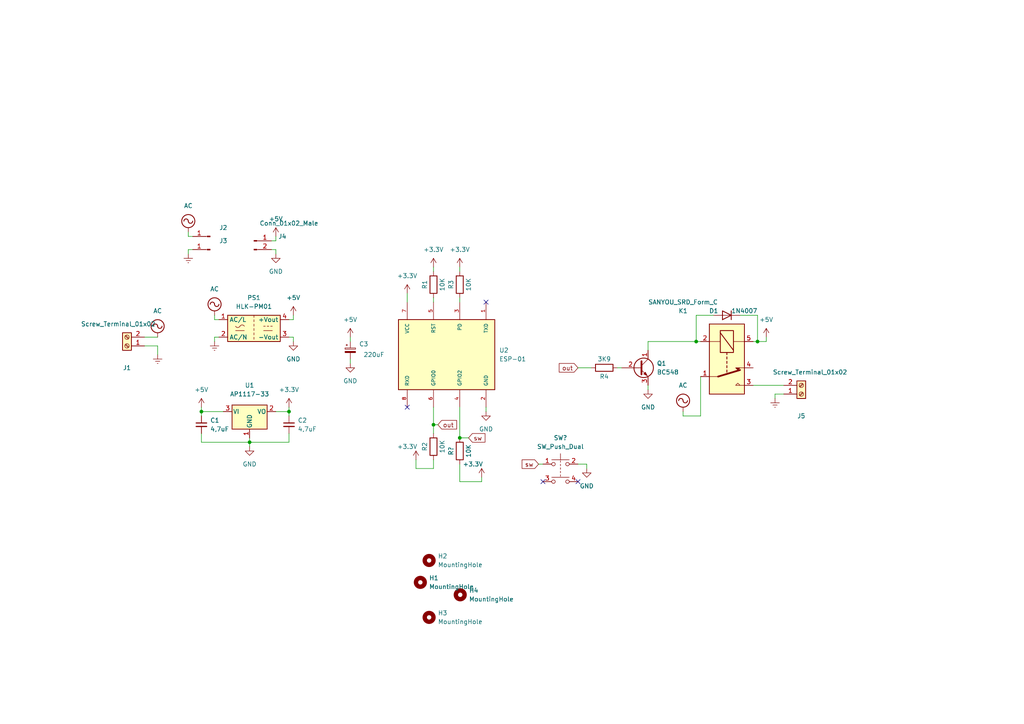
<source format=kicad_sch>
(kicad_sch (version 20211123) (generator eeschema)
  (paper "A4")
  (lib_symbols
    (symbol "Connector:Conn_01x01_Male" (pin_names (offset 1.016) hide)
      (property "Reference" "J" (at 0 2.54 0))
      (property "Value" "Conn_01x01_Male" (at 0 -2.54 0))
      (symbol "Conn_01x01_Male_1_1"
        (polyline (pts (xy 1.27 0) (xy 0.8636 0)) (stroke (width 0.1524)))
        (rectangle (start 0.8636 0.127) (end 0 -0.127) (stroke (width 0.1524)) (fill (type outline)))
        (pin passive line (at 5.08 0 180) (length 3.81) (name "Pin_1") (number "1"))
      )
    )
    (symbol "Connector:Conn_01x02_Male" (pin_names (offset 1.016) hide)
      (property "Reference" "J" (at 0 2.54 0))
      (property "Value" "Conn_01x02_Male" (at 0 -5.08 0))
      (symbol "Conn_01x02_Male_1_1"
        (polyline (pts (xy 1.27 -2.54) (xy 0.8636 -2.54)) (stroke (width 0.1524)))
        (polyline (pts (xy 1.27 0) (xy 0.8636 0)) (stroke (width 0.1524)))
        (rectangle (start 0.8636 -2.413) (end 0 -2.667) (stroke (width 0.1524)) (fill (type outline)))
        (rectangle (start 0.8636 0.127) (end 0 -0.127) (stroke (width 0.1524)) (fill (type outline)))
        (pin passive line (at 5.08 0 180) (length 3.81) (name "Pin_1") (number "1"))
        (pin passive line (at 5.08 -2.54 180) (length 3.81) (name "Pin_2") (number "2"))
      )
    )
    (symbol "Connector:Screw_Terminal_01x02" (pin_names (offset 1.016) hide)
      (property "Reference" "J" (at 0 2.54 0))
      (property "Value" "Screw_Terminal_01x02" (at 0 -5.08 0))
      (symbol "Screw_Terminal_01x02_1_1"
        (rectangle (start -1.27 1.27) (end 1.27 -3.81) (stroke (width 0.254)) (fill (type background)))
        (circle (center 0 -2.54) (radius 0.635) (stroke (width 0.1524)))
        (polyline (pts (xy -0.5334 -2.2098) (xy 0.3302 -3.048)) (stroke (width 0.1524)))
        (polyline (pts (xy -0.5334 0.3302) (xy 0.3302 -0.508)) (stroke (width 0.1524)))
        (polyline (pts (xy -0.3556 -2.032) (xy 0.508 -2.8702)) (stroke (width 0.1524)))
        (polyline (pts (xy -0.3556 0.508) (xy 0.508 -0.3302)) (stroke (width 0.1524)))
        (circle (center 0 0) (radius 0.635) (stroke (width 0.1524)))
        (pin passive line (at -5.08 0 0) (length 3.81) (name "Pin_1") (number "1"))
        (pin passive line (at -5.08 -2.54 0) (length 3.81) (name "Pin_2") (number "2"))
      )
    )
    (symbol "Converter_ACDC:HLK-PM01"
      (property "Reference" "PS" (at 0 5.08 0))
      (property "Value" "HLK-PM01" (at 0 -5.08 0))
      (symbol "HLK-PM01_0_1"
        (rectangle (start -7.62 3.81) (end 7.62 -3.81) (stroke (width 0.254)) (fill (type background)))
        (arc (start -5.334 0.635) (mid -4.699 0.2495) (end -4.064 0.635))
        (arc (start -2.794 0.635) (mid -3.429 1.0072) (end -4.064 0.635))
        (polyline (pts (xy -5.334 -0.635) (xy -2.794 -0.635)))
        (polyline (pts (xy 0 -2.54) (xy 0 -3.175)))
        (polyline (pts (xy 0 -1.27) (xy 0 -1.905)))
        (polyline (pts (xy 0 0) (xy 0 -0.635)))
        (polyline (pts (xy 0 1.27) (xy 0 0.635)))
        (polyline (pts (xy 0 2.54) (xy 0 1.905)))
        (polyline (pts (xy 0 3.81) (xy 0 3.175)))
        (polyline (pts (xy 2.794 -0.635) (xy 5.334 -0.635)))
        (polyline (pts (xy 2.794 0.635) (xy 3.302 0.635)))
        (polyline (pts (xy 3.81 0.635) (xy 4.318 0.635)))
        (polyline (pts (xy 4.826 0.635) (xy 5.334 0.635)))
      )
      (symbol "HLK-PM01_1_1"
        (pin power_in line (at -10.16 2.54 0) (length 2.54) (name "AC/L") (number "1"))
        (pin power_in line (at -10.16 -2.54 0) (length 2.54) (name "AC/N") (number "2"))
        (pin power_out line (at 10.16 -2.54 180) (length 2.54) (name "-Vout") (number "3"))
        (pin power_out line (at 10.16 2.54 180) (length 2.54) (name "+Vout") (number "4"))
      )
    )
    (symbol "Device:C_Polarized_Small" (pin_numbers hide) (pin_names (offset 0.254) hide)
      (property "Reference" "C" (at 0.254 1.778 0))
      (property "Value" "C_Polarized_Small" (at 0.254 -2.032 0))
      (symbol "C_Polarized_Small_0_1"
        (rectangle (start -1.524 -0.3048) (end 1.524 -0.6858) (fill (type outline)))
        (rectangle (start -1.524 0.6858) (end 1.524 0.3048))
        (polyline (pts (xy -1.27 1.524) (xy -0.762 1.524)))
        (polyline (pts (xy -1.016 1.27) (xy -1.016 1.778)))
      )
      (symbol "C_Polarized_Small_1_1"
        (pin passive line (at 0 2.54 270) (length 1.8542) (name "~") (number "1"))
        (pin passive line (at 0 -2.54 90) (length 1.8542) (name "~") (number "2"))
      )
    )
    (symbol "Device:C_Small" (pin_numbers hide) (pin_names (offset 0.254) hide)
      (property "Reference" "C" (at 0.254 1.778 0))
      (property "Value" "C_Small" (at 0.254 -2.032 0))
      (symbol "C_Small_0_1"
        (polyline (pts (xy -1.524 -0.508) (xy 1.524 -0.508)) (stroke (width 0.3302)))
        (polyline (pts (xy -1.524 0.508) (xy 1.524 0.508)) (stroke (width 0.3048)))
      )
      (symbol "C_Small_1_1"
        (pin passive line (at 0 2.54 270) (length 2.032) (name "~") (number "1"))
        (pin passive line (at 0 -2.54 90) (length 2.032) (name "~") (number "2"))
      )
    )
    (symbol "Device:R" (pin_numbers hide) (pin_names (offset 0))
      (property "Reference" "R" (at 2.032 0 90))
      (property "Value" "R" (at 0 0 90))
      (symbol "R_0_1"
        (rectangle (start -1.016 -2.54) (end 1.016 2.54) (stroke (width 0.254)))
      )
      (symbol "R_1_1"
        (pin passive line (at 0 3.81 270) (length 1.27) (name "~") (number "1"))
        (pin passive line (at 0 -3.81 90) (length 1.27) (name "~") (number "2"))
      )
    )
    (symbol "Diode:1N4007" (pin_numbers hide) (pin_names (offset 1.016) hide)
      (property "Reference" "D" (at 0 2.54 0))
      (property "Value" "1N4007" (at 0 -2.54 0))
      (symbol "1N4007_0_1"
        (polyline (pts (xy -1.27 1.27) (xy -1.27 -1.27)) (stroke (width 0.254)))
        (polyline (pts (xy 1.27 0) (xy -1.27 0)))
        (polyline (pts (xy 1.27 1.27) (xy 1.27 -1.27) (xy -1.27 0) (xy 1.27 1.27)) (stroke (width 0.254)))
      )
      (symbol "1N4007_1_1"
        (pin passive line (at -3.81 0 0) (length 2.54) (name "K") (number "1"))
        (pin passive line (at 3.81 0 180) (length 2.54) (name "A") (number "2"))
      )
    )
    (symbol "ESP-01:ESP-01" (pin_names (offset 1.016))
      (property "Reference" "U" (at -9.652 16.51 0))
      (property "Value" "ESP-01" (at -10.16 -15.748 0))
      (symbol "ESP-01_0_0"
        (rectangle (start -10.16 -12.7) (end 10.16 15.24) (stroke (width 0.254)) (fill (type background)))
        (pin bidirectional line (at -15.24 12.7 0) (length 5.08) (name "TXD") (number "1"))
        (pin bidirectional line (at 15.24 12.7 180) (length 5.08) (name "GND") (number "2"))
        (pin bidirectional line (at -15.24 5.08 0) (length 5.08) (name "PD") (number "3"))
        (pin bidirectional line (at 15.24 5.08 180) (length 5.08) (name "GPIO2") (number "4"))
        (pin bidirectional line (at -15.24 -2.54 0) (length 5.08) (name "RST") (number "5"))
        (pin bidirectional line (at 15.24 -2.54 180) (length 5.08) (name "GPIO0") (number "6"))
        (pin bidirectional line (at -15.24 -10.16 0) (length 5.08) (name "VCC") (number "7"))
        (pin bidirectional line (at 15.24 -10.16 180) (length 5.08) (name "RXD") (number "8"))
      )
    )
    (symbol "Mechanical:MountingHole" (pin_names (offset 1.016))
      (property "Reference" "H" (at 0 5.08 0))
      (property "Value" "MountingHole" (at 0 3.175 0))
      (symbol "MountingHole_0_1"
        (circle (center 0 0) (radius 1.27) (stroke (width 1.27)))
      )
    )
    (symbol "Regulator_Linear:AP1117-33" (pin_names (offset 0.254))
      (property "Reference" "U" (at -3.81 3.175 0))
      (property "Value" "AP1117-33" (at 0 3.175 0))
      (symbol "AP1117-33_0_1"
        (rectangle (start -5.08 -5.08) (end 5.08 1.905) (stroke (width 0.254)) (fill (type background)))
      )
      (symbol "AP1117-33_1_1"
        (pin power_in line (at 0 -7.62 90) (length 2.54) (name "GND") (number "1"))
        (pin power_out line (at 7.62 0 180) (length 2.54) (name "VO") (number "2"))
        (pin power_in line (at -7.62 0 0) (length 2.54) (name "VI") (number "3"))
      )
    )
    (symbol "Relay:SANYOU_SRD_Form_C"
      (property "Reference" "K" (at 11.43 3.81 0))
      (property "Value" "SANYOU_SRD_Form_C" (at 11.43 1.27 0))
      (symbol "SANYOU_SRD_Form_C_0_0"
        (polyline (pts (xy 7.62 5.08) (xy 7.62 2.54) (xy 6.985 3.175) (xy 7.62 3.81)))
      )
      (symbol "SANYOU_SRD_Form_C_0_1"
        (rectangle (start -10.16 5.08) (end 10.16 -5.08) (stroke (width 0.254)) (fill (type background)))
        (rectangle (start -8.255 1.905) (end -1.905 -1.905) (stroke (width 0.254)))
        (polyline (pts (xy -7.62 -1.905) (xy -2.54 1.905)) (stroke (width 0.254)))
        (polyline (pts (xy -5.08 -5.08) (xy -5.08 -1.905)))
        (polyline (pts (xy -5.08 5.08) (xy -5.08 1.905)))
        (polyline (pts (xy -1.905 0) (xy -1.27 0)) (stroke (width 0.254)))
        (polyline (pts (xy -0.635 0) (xy 0 0)) (stroke (width 0.254)))
        (polyline (pts (xy 0.635 0) (xy 1.27 0)) (stroke (width 0.254)))
        (polyline (pts (xy 1.905 0) (xy 2.54 0)) (stroke (width 0.254)))
        (polyline (pts (xy 3.175 0) (xy 3.81 0)) (stroke (width 0.254)))
        (polyline (pts (xy 5.08 -2.54) (xy 3.175 3.81)) (stroke (width 0.508)))
        (polyline (pts (xy 5.08 -2.54) (xy 5.08 -5.08)))
      )
      (symbol "SANYOU_SRD_Form_C_1_1"
        (polyline (pts (xy 2.54 3.81) (xy 3.175 3.175) (xy 2.54 2.54) (xy 2.54 5.08)) (fill (type outline)))
        (pin passive line (at 5.08 -7.62 90) (length 2.54) (name "~") (number "1"))
        (pin passive line (at -5.08 -7.62 90) (length 2.54) (name "~") (number "2"))
        (pin passive line (at 7.62 7.62 270) (length 2.54) (name "~") (number "3"))
        (pin passive line (at 2.54 7.62 270) (length 2.54) (name "~") (number "4"))
        (pin passive line (at -5.08 7.62 270) (length 2.54) (name "~") (number "5"))
      )
    )
    (symbol "Switch:SW_Push_Dual" (pin_names (offset 1.016) hide)
      (property "Reference" "SW" (at 1.27 2.54 0))
      (property "Value" "SW_Push_Dual" (at 0 -6.858 0))
      (symbol "SW_Push_Dual_0_1"
        (circle (center -2.032 -5.08) (radius 0.508))
        (circle (center -2.032 0) (radius 0.508))
        (polyline (pts (xy 0 -3.048) (xy 0 -3.556)))
        (polyline (pts (xy 0 -2.032) (xy 0 -2.54)))
        (polyline (pts (xy 0 -1.524) (xy 0 -1.016)))
        (polyline (pts (xy 0 -0.508) (xy 0 0)))
        (polyline (pts (xy 0 0.508) (xy 0 1.016)))
        (polyline (pts (xy 0 1.27) (xy 0 3.048)))
        (polyline (pts (xy 2.54 -3.81) (xy -2.54 -3.81)))
        (polyline (pts (xy 2.54 1.27) (xy -2.54 1.27)))
        (circle (center 2.032 -5.08) (radius 0.508))
        (circle (center 2.032 0) (radius 0.508))
        (pin passive line (at -5.08 0 0) (length 2.54) (name "1") (number "1"))
        (pin passive line (at 5.08 0 180) (length 2.54) (name "2") (number "2"))
        (pin passive line (at -5.08 -5.08 0) (length 2.54) (name "3") (number "3"))
        (pin passive line (at 5.08 -5.08 180) (length 2.54) (name "4") (number "4"))
      )
    )
    (symbol "Transistor_BJT:BC548" (pin_names (offset 0) hide)
      (property "Reference" "Q" (at 5.08 1.905 0))
      (property "Value" "BC548" (at 5.08 0 0))
      (symbol "BC548_0_1"
        (polyline (pts (xy 0 0) (xy 0.635 0)))
        (polyline (pts (xy 0.635 0.635) (xy 2.54 2.54)))
        (polyline (pts (xy 0.635 -0.635) (xy 2.54 -2.54) (xy 2.54 -2.54)))
        (polyline (pts (xy 0.635 1.905) (xy 0.635 -1.905) (xy 0.635 -1.905)) (stroke (width 0.508)))
        (polyline (pts (xy 1.27 -1.778) (xy 1.778 -1.27) (xy 2.286 -2.286) (xy 1.27 -1.778) (xy 1.27 -1.778)) (fill (type outline)))
        (circle (center 1.27 0) (radius 2.8194) (stroke (width 0.254)))
      )
      (symbol "BC548_1_1"
        (pin passive line (at 2.54 5.08 270) (length 2.54) (name "C") (number "1"))
        (pin input line (at -5.08 0 0) (length 5.08) (name "B") (number "2"))
        (pin passive line (at 2.54 -5.08 90) (length 2.54) (name "E") (number "3"))
      )
    )
    (symbol "power:+3.3V" (power) (pin_names (offset 0))
      (property "Value" "+3.3V" (at 0 3.556 0))
      (symbol "+3.3V_0_1"
        (polyline (pts (xy -0.762 1.27) (xy 0 2.54)))
        (polyline (pts (xy 0 0) (xy 0 2.54)))
        (polyline (pts (xy 0 2.54) (xy 0.762 1.27)))
      )
      (symbol "+3.3V_1_1"
        (pin power_in line (at 0 0 90) (length 0) hide (name "+3.3V") (number "1"))
      )
    )
    (symbol "power:+5V" (power) (pin_names (offset 0))
      (property "Value" "+5V" (at 0 3.556 0))
      (symbol "+5V_0_1"
        (polyline (pts (xy -0.762 1.27) (xy 0 2.54)))
        (polyline (pts (xy 0 0) (xy 0 2.54)))
        (polyline (pts (xy 0 2.54) (xy 0.762 1.27)))
      )
      (symbol "+5V_1_1"
        (pin power_in line (at 0 0 90) (length 0) hide (name "+5V") (number "1"))
      )
    )
    (symbol "power:AC" (power) (pin_names (offset 0))
      (property "Value" "AC" (at 0 6.35 0))
      (symbol "AC_0_1"
        (polyline (pts (xy 0 0) (xy 0 1.27)))
        (arc (start 0 3.175) (mid -0.635 3.81) (end -1.27 3.175) (stroke (width 0.254)))
        (arc (start 0 3.175) (mid 0.635 2.54) (end 1.27 3.175) (stroke (width 0.254)))
        (circle (center 0 3.175) (radius 1.905) (stroke (width 0.254)))
      )
      (symbol "AC_1_1"
        (pin power_in line (at 0 0 90) (length 0) hide (name "AC") (number "1"))
      )
    )
    (symbol "power:Earth" (power) (pin_names (offset 0))
      (symbol "Earth_0_1"
        (polyline (pts (xy -0.635 -1.905) (xy 0.635 -1.905)))
        (polyline (pts (xy -0.127 -2.54) (xy 0.127 -2.54)))
        (polyline (pts (xy 0 -1.27) (xy 0 0)))
        (polyline (pts (xy 1.27 -1.27) (xy -1.27 -1.27)))
      )
      (symbol "Earth_1_1"
        (pin power_in line (at 0 0 270) (length 0) hide (name "Earth") (number "1"))
      )
    )
    (symbol "power:GND" (power) (pin_names (offset 0))
      (property "Value" "GND" (at 0 -3.81 0))
      (symbol "GND_0_1"
        (polyline (pts (xy 0 0) (xy 0 -1.27) (xy 1.27 -1.27) (xy 0 -2.54) (xy -1.27 -1.27) (xy 0 -1.27)))
      )
      (symbol "GND_1_1"
        (pin power_in line (at 0 0 270) (length 0) hide (name "GND") (number "1"))
      )
    )
  )
  (junction (at 201.93 99.06))
  (junction (at 72.39 128.27))
  (junction (at 219.71 99.06))
  (junction (at 133.35 127))
  (junction (at 125.73 123.19))
  (junction (at 83.82 119.38))
  (junction (at 58.42 119.38))
  (no_connect (at 140.97 87.63))
  (no_connect (at 118.11 118.11))
  (no_connect (at 157.48 139.7))
  (no_connect (at 167.64 139.7))
  (wire (pts (xy 219.71 99.06) (xy 222.25 99.06)))
  (wire (pts (xy 58.42 118.11) (xy 58.42 119.38)))
  (wire (pts (xy 203.2 99.06) (xy 201.93 99.06)))
  (wire (pts (xy 222.25 97.79) (xy 222.25 99.06)))
  (wire (pts (xy 118.11 85.09) (xy 118.11 87.63)))
  (wire (pts (xy 83.82 119.38) (xy 80.01 119.38)))
  (wire (pts (xy 54.61 68.58) (xy 54.61 67.31)))
  (wire (pts (xy 72.39 128.27) (xy 72.39 127)))
  (wire (pts (xy 85.09 97.79) (xy 85.09 99.06)))
  (wire (pts (xy 133.35 118.11) (xy 133.35 127)))
  (wire (pts (xy 170.18 134.62) (xy 170.18 135.89)))
  (wire (pts (xy 101.6 104.14) (xy 101.6 105.41)))
  (wire (pts (xy 218.44 111.76) (xy 227.33 111.76)))
  (wire (pts (xy 140.97 118.11) (xy 140.97 119.38)))
  (wire (pts (xy 72.39 128.27) (xy 83.82 128.27)))
  (wire (pts (xy 125.73 118.11) (xy 125.73 123.19)))
  (wire (pts (xy 203.2 109.22) (xy 203.2 120.65)))
  (wire (pts (xy 58.42 119.38) (xy 58.42 120.65)))
  (wire (pts (xy 125.73 123.19) (xy 125.73 125.73)))
  (wire (pts (xy 227.33 114.3) (xy 224.79 114.3)))
  (wire (pts (xy 167.64 106.68) (xy 171.45 106.68)))
  (wire (pts (xy 54.61 73.66) (xy 54.61 72.39)))
  (wire (pts (xy 83.82 118.11) (xy 83.82 119.38)))
  (wire (pts (xy 41.91 97.79) (xy 45.72 97.79)))
  (wire (pts (xy 58.42 125.73) (xy 58.42 128.27)))
  (wire (pts (xy 78.74 72.39) (xy 80.01 72.39)))
  (wire (pts (xy 62.23 99.06) (xy 62.23 97.79)))
  (wire (pts (xy 125.73 135.89) (xy 125.73 133.35)))
  (wire (pts (xy 125.73 77.47) (xy 125.73 78.74)))
  (wire (pts (xy 62.23 92.71) (xy 63.5 92.71)))
  (wire (pts (xy 203.2 120.65) (xy 198.12 120.65)))
  (wire (pts (xy 187.96 101.6) (xy 187.96 99.06)))
  (wire (pts (xy 83.82 120.65) (xy 83.82 119.38)))
  (wire (pts (xy 198.12 120.65) (xy 198.12 119.38)))
  (wire (pts (xy 179.07 106.68) (xy 180.34 106.68)))
  (wire (pts (xy 125.73 123.19) (xy 127 123.19)))
  (wire (pts (xy 187.96 99.06) (xy 201.93 99.06)))
  (wire (pts (xy 55.88 68.58) (xy 54.61 68.58)))
  (wire (pts (xy 125.73 86.36) (xy 125.73 87.63)))
  (wire (pts (xy 214.63 91.44) (xy 219.71 91.44)))
  (wire (pts (xy 62.23 91.44) (xy 62.23 92.71)))
  (wire (pts (xy 201.93 91.44) (xy 207.01 91.44)))
  (wire (pts (xy 201.93 99.06) (xy 201.93 91.44)))
  (wire (pts (xy 72.39 128.27) (xy 72.39 129.54)))
  (wire (pts (xy 58.42 128.27) (xy 72.39 128.27)))
  (wire (pts (xy 218.44 99.06) (xy 219.71 99.06)))
  (wire (pts (xy 78.74 69.85) (xy 80.01 69.85)))
  (wire (pts (xy 120.65 135.89) (xy 125.73 135.89)))
  (wire (pts (xy 62.23 97.79) (xy 63.5 97.79)))
  (wire (pts (xy 156.21 134.62) (xy 157.48 134.62)))
  (wire (pts (xy 133.35 77.47) (xy 133.35 78.74)))
  (wire (pts (xy 167.64 134.62) (xy 170.18 134.62)))
  (wire (pts (xy 80.01 72.39) (xy 80.01 73.66)))
  (wire (pts (xy 83.82 125.73) (xy 83.82 128.27)))
  (wire (pts (xy 139.7 138.43) (xy 139.7 139.7)))
  (wire (pts (xy 224.79 114.3) (xy 224.79 115.57)))
  (wire (pts (xy 187.96 111.76) (xy 187.96 113.03)))
  (wire (pts (xy 54.61 72.39) (xy 55.88 72.39)))
  (wire (pts (xy 83.82 97.79) (xy 85.09 97.79)))
  (wire (pts (xy 45.72 100.33) (xy 45.72 102.87)))
  (wire (pts (xy 85.09 92.71) (xy 85.09 91.44)))
  (wire (pts (xy 101.6 97.79) (xy 101.6 99.06)))
  (wire (pts (xy 133.35 139.7) (xy 139.7 139.7)))
  (wire (pts (xy 41.91 100.33) (xy 45.72 100.33)))
  (wire (pts (xy 83.82 92.71) (xy 85.09 92.71)))
  (wire (pts (xy 219.71 91.44) (xy 219.71 99.06)))
  (wire (pts (xy 133.35 86.36) (xy 133.35 87.63)))
  (wire (pts (xy 80.01 69.85) (xy 80.01 68.58)))
  (wire (pts (xy 133.35 134.62) (xy 133.35 139.7)))
  (wire (pts (xy 64.77 119.38) (xy 58.42 119.38)))
  (wire (pts (xy 120.65 133.35) (xy 120.65 135.89)))
  (wire (pts (xy 133.35 127) (xy 135.89 127)))
  (global_label "sw" (shape input) (at 156.21 134.62 180) (property "Intersheet References" "${INTERSHEET_REFS}" (effects hide)))
  (global_label "out" (shape input) (at 167.64 106.68 180) (property "Intersheet References" "${INTERSHEET_REFS}" (effects hide)))
  (global_label "sw" (shape input) (at 135.89 127 0) (property "Intersheet References" "${INTERSHEET_REFS}" (effects hide)))
  (global_label "out" (shape input) (at 127 123.19 0) (property "Intersheet References" "${INTERSHEET_REFS}" (effects hide)))
  (symbol (lib_id "power:+3.3V") (at 118.11 85.09 0) (unit 1)
    (property "Reference" "#PWR05" (effects hide))
    (property "Value" "+3.3V" (at 118.11 80.01 0))
  )
  (symbol (lib_id "Device:C_Small") (at 58.42 123.19 0) (unit 1)
    (property "Reference" "C1" (at 60.96 121.9262 0) (effects (justify left)))
    (property "Value" "4,7uF" (at 60.96 124.4662 0) (effects (justify left)))
    (property "Footprint" "Capacitor_SMD:C_0805_2012Metric_Pad1.18x1.45mm_HandSolder" (effects hide))
  )
  (symbol (lib_id "power:AC") (at 54.61 67.31 0) (unit 1)
    (property "Reference" "#PWR03" (effects hide))
    (property "Value" "AC" (at 54.61 59.69 0))
  )
  (symbol (lib_id "Switch:SW_Push_Dual") (at 162.56 134.62 0) (unit 1)
    (property "Reference" "SW?" (at 162.56 127 0))
    (property "Value" "SW_Push_Dual" (at 162.56 129.54 0))
  )
  (symbol (lib_id "Diode:1N4007") (at 210.82 91.44 180) (unit 1)
    (property "Reference" "D1" (at 207.01 90.17 0))
    (property "Value" "1N4007" (at 215.9 90.17 0))
    (property "Footprint" "Diode_THT:D_DO-41_SOD81_P7.62mm_Horizontal" (effects hide))
    (property "Datasheet" "http://www.vishay.com/docs/88503/1n4001.pdf" (effects hide))
  )
  (symbol (lib_id "Device:R") (at 133.35 130.81 180) (unit 1)
    (property "Reference" "R?" (at 130.81 130.81 90))
    (property "Value" "10K" (at 135.89 130.81 90))
    (property "Footprint" "Resistor_SMD:R_0805_2012Metric_Pad1.20x1.40mm_HandSolder" (effects hide))
  )
  (symbol (lib_id "power:+5V") (at 85.09 91.44 0) (unit 1)
    (property "Reference" "#PWR013" (effects hide))
    (property "Value" "+5V" (at 85.09 86.36 0))
  )
  (symbol (lib_id "Device:R") (at 175.26 106.68 270) (unit 1)
    (property "Reference" "R4" (at 175.26 109.22 90))
    (property "Value" "3K9" (at 175.26 104.14 90))
    (property "Footprint" "Resistor_THT:R_Axial_DIN0207_L6.3mm_D2.5mm_P7.62mm_Horizontal" (effects hide))
  )
  (symbol (lib_id "Device:R") (at 125.73 129.54 180) (unit 1)
    (property "Reference" "R2" (at 123.19 129.54 90))
    (property "Value" "10K" (at 128.27 129.54 90))
    (property "Footprint" "Resistor_SMD:R_0805_2012Metric_Pad1.20x1.40mm_HandSolder" (effects hide))
  )
  (symbol (lib_id "Connector:Conn_01x02_Male") (at 73.66 69.85 0) (unit 1)
    (property "Reference" "J4" (at 81.915 68.58 0))
    (property "Value" "Conn_01x02_Male" (at 83.82 64.77 0))
    (property "Footprint" "Connector_PinHeader_2.54mm:PinHeader_1x02_P2.54mm_Vertical" (effects hide))
  )
  (symbol (lib_id "power:GND") (at 72.39 129.54 0) (unit 1)
    (property "Reference" "#PWR010" (effects hide))
    (property "Value" "GND" (at 72.39 134.62 0))
  )
  (symbol (lib_id "ESP-01:ESP-01") (at 128.27 102.87 270) (unit 1)
    (property "Reference" "U2" (at 144.78 101.5999 90) (effects (justify left)))
    (property "Value" "ESP-01" (at 144.78 104.1399 90) (effects (justify left)))
    (property "Footprint" "ESP-01" (effects hide))
  )
  (symbol (lib_id "Connector:Screw_Terminal_01x02") (at 36.83 100.33 180) (unit 1)
    (property "Reference" "J1" (at 36.83 106.68 0))
    (property "Value" "Screw_Terminal_01x02" (at 34.29 93.98 0))
    (property "Footprint" "TerminalBlock_Phoenix:TerminalBlock_Phoenix_MKDS-1,5-2-5.08_1x02_P5.08mm_Horizontal" (effects hide))
  )
  (symbol (lib_id "power:+5V") (at 80.01 68.58 0) (unit 1)
    (property "Reference" "#PWR011" (effects hide))
    (property "Value" "+5V" (at 80.01 63.5 0))
  )
  (symbol (lib_id "Transistor_BJT:BC548") (at 185.42 106.68 0) (unit 1)
    (property "Reference" "Q1" (at 190.5 105.4099 0) (effects (justify left)))
    (property "Value" "BC548" (at 190.5 107.9499 0) (effects (justify left)))
    (property "Footprint" "Package_TO_SOT_THT:TO-92_Inline" (effects hide))
    (property "Datasheet" "https://www.onsemi.com/pub/Collateral/BC550-D.pdf" (effects hide))
  )
  (symbol (lib_id "Device:R") (at 125.73 82.55 180) (unit 1)
    (property "Reference" "R1" (at 123.19 82.55 90))
    (property "Value" "10K" (at 128.27 82.55 90))
    (property "Footprint" "Resistor_SMD:R_0805_2012Metric_Pad1.20x1.40mm_HandSolder" (effects hide))
  )
  (symbol (lib_id "power:+3.3V") (at 120.65 133.35 0) (unit 1)
    (property "Reference" "#PWR021" (effects hide))
    (property "Value" "+3.3V" (at 118.11 129.54 0))
  )
  (symbol (lib_id "power:GND") (at 170.18 135.89 0) (unit 1)
    (property "Reference" "#PWR?" (effects hide))
    (property "Value" "GND" (at 170.18 140.97 0))
  )
  (symbol (lib_id "power:Earth") (at 54.61 73.66 0) (unit 1)
    (property "Reference" "#PWR04" (effects hide))
    (property "Value" "Earth" (effects hide))
  )
  (symbol (lib_id "Connector:Conn_01x01_Male") (at 60.96 72.39 180) (unit 1)
    (property "Reference" "J3" (at 64.77 69.85 0))
    (property "Value" "Conn_01x01_Male" (effects hide))
    (property "Footprint" "Connector_PinHeader_2.54mm:PinHeader_1x01_P2.54mm_Vertical" (effects hide))
  )
  (symbol (lib_id "Connector:Conn_01x01_Male") (at 60.96 68.58 180) (unit 1)
    (property "Reference" "J2" (at 64.77 66.04 0))
    (property "Value" "Conn_01x01_Male" (effects hide))
    (property "Footprint" "Connector_PinHeader_2.54mm:PinHeader_1x01_P2.54mm_Vertical" (effects hide))
  )
  (symbol (lib_id "power:Earth") (at 62.23 99.06 0) (unit 1)
    (property "Reference" "#PWR09" (effects hide))
    (property "Value" "Earth" (effects hide))
  )
  (symbol (lib_id "power:GND") (at 80.01 73.66 0) (unit 1)
    (property "Reference" "#PWR012" (effects hide))
    (property "Value" "GND" (at 80.01 78.74 0))
  )
  (symbol (lib_id "power:GND") (at 140.97 119.38 0) (unit 1)
    (property "Reference" "#PWR024" (effects hide))
    (property "Value" "GND" (at 140.97 124.46 0))
  )
  (symbol (lib_id "Connector:Screw_Terminal_01x02") (at 232.41 114.3 0) (mirror x) (unit 1)
    (property "Reference" "J5" (at 232.41 120.65 0))
    (property "Value" "Screw_Terminal_01x02" (at 234.95 107.95 0))
    (property "Footprint" "TerminalBlock_Phoenix:TerminalBlock_Phoenix_MKDS-1,5-2-5.08_1x02_P5.08mm_Horizontal" (effects hide))
  )
  (symbol (lib_id "Regulator_Linear:AP1117-33") (at 72.39 119.38 0) (unit 1)
    (property "Reference" "U1" (at 72.39 111.76 0))
    (property "Value" "AP1117-33" (at 72.39 114.3 0))
    (property "Footprint" "Package_TO_SOT_SMD:SOT-223-3_TabPin2" (effects hide))
    (property "Datasheet" "http://www.diodes.com/datasheets/AP1117.pdf" (effects hide))
  )
  (symbol (lib_id "power:GND") (at 187.96 113.03 0) (unit 1)
    (property "Reference" "#PWR025" (effects hide))
    (property "Value" "GND" (at 187.96 118.11 0))
  )
  (symbol (lib_id "power:+5V") (at 58.42 118.11 0) (unit 1)
    (property "Reference" "#PWR07" (effects hide))
    (property "Value" "+5V" (at 58.42 113.03 0))
  )
  (symbol (lib_id "power:AC") (at 62.23 91.44 0) (unit 1)
    (property "Reference" "#PWR08" (effects hide))
    (property "Value" "AC" (at 62.23 83.82 0))
  )
  (symbol (lib_id "power:+3.3V") (at 125.73 77.47 0) (unit 1)
    (property "Reference" "#PWR022" (effects hide))
    (property "Value" "+3.3V" (at 125.73 72.39 0))
  )
  (symbol (lib_id "Mechanical:MountingHole") (at 121.92 168.91 0) (unit 1)
    (property "Reference" "H1" (at 124.46 167.6399 0) (effects (justify left)))
    (property "Value" "MountingHole" (at 124.46 170.1799 0) (effects (justify left)))
    (property "Footprint" "MountingHole:MountingHole_3.2mm_M3" (effects hide))
  )
  (symbol (lib_id "Mechanical:MountingHole") (at 133.4869 172.518 0) (unit 1)
    (property "Reference" "H4" (at 136.0269 171.2479 0) (effects (justify left)))
    (property "Value" "MountingHole" (at 136.0269 173.7879 0) (effects (justify left)))
    (property "Footprint" "MountingHole:MountingHole_3.2mm_M3" (effects hide))
  )
  (symbol (lib_id "power:+5V") (at 101.6 97.79 0) (unit 1)
    (property "Reference" "#PWR018" (effects hide))
    (property "Value" "+5V" (at 101.6 92.71 0))
  )
  (symbol (lib_id "Relay:SANYOU_SRD_Form_C") (at 210.82 104.14 270) (unit 1)
    (property "Reference" "K1" (at 198.12 90.17 90))
    (property "Value" "SANYOU_SRD_Form_C" (at 198.12 87.63 90))
    (property "Footprint" "Relay_THT:Relay_SPDT_SANYOU_SRD_Series_Form_C" (effects hide))
    (property "Datasheet" "http://www.sanyourelay.ca/public/products/pdf/SRD.pdf" (effects hide))
  )
  (symbol (lib_id "Device:C_Polarized_Small") (at 101.6 101.6 0) (unit 1)
    (property "Reference" "C3" (at 104.14 99.7838 0) (effects (justify left)))
    (property "Value" "220uF" (at 105.41 102.87 0) (effects (justify left)))
    (property "Footprint" "Capacitor_THT:CP_Radial_D6.3mm_P2.50mm" (effects hide))
  )
  (symbol (lib_id "power:AC") (at 198.12 119.38 0) (unit 1)
    (property "Reference" "#PWR026" (effects hide))
    (property "Value" "AC" (at 198.12 111.76 0))
  )
  (symbol (lib_id "power:+3.3V") (at 139.7 138.43 0) (unit 1)
    (property "Reference" "#PWR?" (effects hide))
    (property "Value" "+3.3V" (at 137.16 134.62 0))
  )
  (symbol (lib_id "power:+3.3V") (at 133.35 77.47 0) (unit 1)
    (property "Reference" "#PWR023" (effects hide))
    (property "Value" "+3.3V" (at 133.35 72.39 0))
  )
  (symbol (lib_id "Device:C_Small") (at 83.82 123.19 0) (unit 1)
    (property "Reference" "C2" (at 86.36 121.9262 0) (effects (justify left)))
    (property "Value" "4,7uF" (at 86.36 124.4662 0) (effects (justify left)))
    (property "Footprint" "Capacitor_SMD:C_0805_2012Metric_Pad1.18x1.45mm_HandSolder" (effects hide))
  )
  (symbol (lib_id "power:+3.3V") (at 83.82 118.11 0) (unit 1)
    (property "Reference" "#PWR015" (effects hide))
    (property "Value" "+3.3V" (at 83.82 113.03 0))
  )
  (symbol (lib_id "power:Earth") (at 224.79 115.57 0) (unit 1)
    (property "Reference" "#PWR028" (effects hide))
    (property "Value" "Earth" (effects hide))
  )
  (symbol (lib_id "Device:R") (at 133.35 82.55 180) (unit 1)
    (property "Reference" "R3" (at 130.81 82.55 90))
    (property "Value" "10K" (at 135.89 82.55 90))
    (property "Footprint" "Resistor_SMD:R_0805_2012Metric_Pad1.20x1.40mm_HandSolder" (effects hide))
  )
  (symbol (lib_id "Mechanical:MountingHole") (at 124.46 179.07 0) (unit 1)
    (property "Reference" "H3" (at 127 177.7999 0) (effects (justify left)))
    (property "Value" "MountingHole" (at 127 180.3399 0) (effects (justify left)))
    (property "Footprint" "MountingHole:MountingHole_3.2mm_M3" (effects hide))
  )
  (symbol (lib_id "power:GND") (at 101.6 105.41 0) (unit 1)
    (property "Reference" "#PWR019" (effects hide))
    (property "Value" "GND" (at 101.6 110.49 0))
  )
  (symbol (lib_id "Mechanical:MountingHole") (at 124.46 162.56 0) (unit 1)
    (property "Reference" "H2" (at 127 161.2899 0) (effects (justify left)))
    (property "Value" "MountingHole" (at 127 163.8299 0) (effects (justify left)))
    (property "Footprint" "MountingHole:MountingHole_3.2mm_M3" (effects hide))
  )
  (symbol (lib_id "power:Earth") (at 45.72 102.87 0) (unit 1)
    (property "Reference" "#PWR02" (effects hide))
    (property "Value" "Earth" (effects hide))
  )
  (symbol (lib_id "power:GND") (at 85.09 99.06 0) (unit 1)
    (property "Reference" "#PWR014" (effects hide))
    (property "Value" "GND" (at 85.09 104.14 0))
  )
  (symbol (lib_id "power:AC") (at 45.72 97.79 0) (unit 1)
    (property "Reference" "#PWR01" (effects hide))
    (property "Value" "AC" (at 45.72 90.17 0))
  )
  (symbol (lib_id "Converter_ACDC:HLK-PM01") (at 73.66 95.25 0) (unit 1)
    (property "Reference" "PS1" (at 73.66 86.36 0))
    (property "Value" "HLK-PM01" (at 73.66 88.9 0))
    (property "Footprint" "Converter_ACDC:Converter_ACDC_HiLink_HLK-PMxx" (effects hide))
    (property "Datasheet" "http://www.hlktech.net/product_detail.php?ProId=54" (effects hide))
  )
  (symbol (lib_id "power:+5V") (at 222.25 97.79 0) (unit 1)
    (property "Reference" "#PWR027" (effects hide))
    (property "Value" "+5V" (at 222.25 92.71 0))
  )
)
</source>
